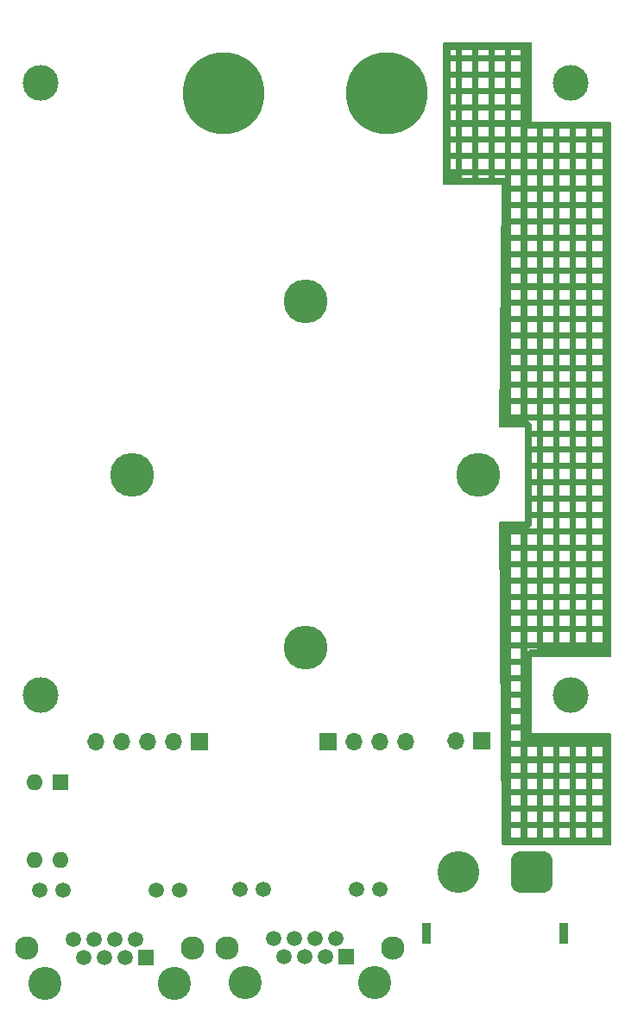
<source format=gbr>
%TF.GenerationSoftware,KiCad,Pcbnew,8.0.7-8.0.7-0~ubuntu22.04.1*%
%TF.CreationDate,2024-12-07T17:50:11+01:00*%
%TF.ProjectId,vesc_mms_board,76657363-5f6d-46d7-935f-626f6172642e,rev?*%
%TF.SameCoordinates,Original*%
%TF.FileFunction,Soldermask,Bot*%
%TF.FilePolarity,Negative*%
%FSLAX46Y46*%
G04 Gerber Fmt 4.6, Leading zero omitted, Abs format (unit mm)*
G04 Created by KiCad (PCBNEW 8.0.7-8.0.7-0~ubuntu22.04.1) date 2024-12-07 17:50:11*
%MOMM*%
%LPD*%
G01*
G04 APERTURE LIST*
G04 Aperture macros list*
%AMRoundRect*
0 Rectangle with rounded corners*
0 $1 Rounding radius*
0 $2 $3 $4 $5 $6 $7 $8 $9 X,Y pos of 4 corners*
0 Add a 4 corners polygon primitive as box body*
4,1,4,$2,$3,$4,$5,$6,$7,$8,$9,$2,$3,0*
0 Add four circle primitives for the rounded corners*
1,1,$1+$1,$2,$3*
1,1,$1+$1,$4,$5*
1,1,$1+$1,$6,$7*
1,1,$1+$1,$8,$9*
0 Add four rect primitives between the rounded corners*
20,1,$1+$1,$2,$3,$4,$5,0*
20,1,$1+$1,$4,$5,$6,$7,0*
20,1,$1+$1,$6,$7,$8,$9,0*
20,1,$1+$1,$8,$9,$2,$3,0*%
G04 Aperture macros list end*
%ADD10C,4.300000*%
%ADD11R,1.600000X1.600000*%
%ADD12O,1.600000X1.600000*%
%ADD13C,3.500000*%
%ADD14C,0.900000*%
%ADD15C,8.000000*%
%ADD16R,1.700000X1.700000*%
%ADD17O,1.700000X1.700000*%
%ADD18R,0.900000X2.000000*%
%ADD19RoundRect,1.025000X1.025000X1.025000X-1.025000X1.025000X-1.025000X-1.025000X1.025000X-1.025000X0*%
%ADD20C,4.100000*%
%ADD21C,3.250000*%
%ADD22R,1.500000X1.500000*%
%ADD23C,1.500000*%
%ADD24C,2.300000*%
G04 APERTURE END LIST*
D10*
%TO.C,H7*%
X93029437Y-92372583D03*
%TD*%
%TO.C,H4*%
X126970563Y-92372583D03*
%TD*%
%TO.C,H2*%
X110000000Y-75402020D03*
%TD*%
%TO.C,H1*%
X110000000Y-109343146D03*
%TD*%
D11*
%TO.C,SW1*%
X85940000Y-122580000D03*
D12*
X83400000Y-122580000D03*
X83400000Y-130200000D03*
X85940000Y-130200000D03*
%TD*%
D13*
%TO.C,H6*%
X84000000Y-54000000D03*
%TD*%
D14*
%TO.C,H9*%
X115000000Y-55000000D03*
X115878680Y-52878680D03*
X115878680Y-57121320D03*
X118000000Y-52000000D03*
D15*
X118000000Y-55000000D03*
D14*
X118000000Y-58000000D03*
X120121320Y-52878680D03*
X120121320Y-57121320D03*
X121000000Y-55000000D03*
%TD*%
D13*
%TO.C,H8*%
X136000000Y-114000000D03*
%TD*%
D16*
%TO.C,J4*%
X99579999Y-118600000D03*
D17*
X97039999Y-118600000D03*
X94500000Y-118600000D03*
X91959999Y-118600000D03*
X89419999Y-118600000D03*
%TD*%
D18*
%TO.C,J5*%
X135350000Y-137350000D03*
X121850000Y-137350000D03*
D19*
X132200000Y-131350000D03*
D20*
X125000000Y-131350000D03*
%TD*%
D17*
%TO.C,J7*%
X119820000Y-118600000D03*
X117279999Y-118600000D03*
X114740000Y-118600000D03*
D16*
X112200000Y-118600000D03*
%TD*%
%TO.C,J6*%
X127340000Y-118500000D03*
D17*
X124800000Y-118500000D03*
%TD*%
D14*
%TO.C,H10*%
X99000000Y-55000000D03*
X99878680Y-52878680D03*
X99878680Y-57121320D03*
X102000000Y-52000000D03*
D15*
X102000000Y-55000000D03*
D14*
X102000000Y-58000000D03*
X104121320Y-52878680D03*
X104121320Y-57121320D03*
X105000000Y-55000000D03*
%TD*%
D21*
%TO.C,J1*%
X116838000Y-142220001D03*
X104138000Y-142220001D03*
D22*
X114048000Y-139680001D03*
D23*
X113032000Y-137900000D03*
X112016000Y-139680001D03*
X111000000Y-137900000D03*
X109984000Y-139680001D03*
X108968000Y-137900000D03*
X107952000Y-139680001D03*
X106936001Y-137900001D03*
X117348000Y-133080001D03*
X115058000Y-133080001D03*
X105918000Y-133080001D03*
X103628000Y-133080001D03*
D24*
X118618000Y-138790001D03*
X102358000Y-138790001D03*
%TD*%
D21*
%TO.C,J2*%
X97190000Y-142240000D03*
X84490000Y-142240000D03*
D22*
X94400000Y-139700000D03*
D23*
X93384000Y-137919999D03*
X92368000Y-139700000D03*
X91352000Y-137919999D03*
X90336000Y-139700000D03*
X89320000Y-137919999D03*
X88304000Y-139700000D03*
X87288001Y-137920000D03*
X97700000Y-133100000D03*
X95410000Y-133100000D03*
X86270000Y-133100000D03*
X83980000Y-133100000D03*
D24*
X98970000Y-138810000D03*
X82710000Y-138810000D03*
%TD*%
D13*
%TO.C,H3*%
X136000000Y-54000000D03*
%TD*%
%TO.C,H5*%
X84000000Y-114000000D03*
%TD*%
G36*
X132193039Y-50019685D02*
G01*
X132238794Y-50072489D01*
X132250000Y-50124000D01*
X132250000Y-57750000D01*
X139876000Y-57750000D01*
X139943039Y-57769685D01*
X139988794Y-57822489D01*
X140000000Y-57874000D01*
X140000000Y-110126000D01*
X139980315Y-110193039D01*
X139927511Y-110238794D01*
X139876000Y-110250000D01*
X132250000Y-110250000D01*
X132250000Y-117750000D01*
X139876000Y-117750000D01*
X139943039Y-117769685D01*
X139988794Y-117822489D01*
X140000000Y-117874000D01*
X140000000Y-128576000D01*
X139980315Y-128643039D01*
X139927511Y-128688794D01*
X139876000Y-128700000D01*
X129373026Y-128700000D01*
X129305987Y-128680315D01*
X129260232Y-128627511D01*
X129249030Y-128576978D01*
X129244290Y-127976000D01*
X130148000Y-127976000D01*
X131150000Y-127976000D01*
X131748000Y-127976000D01*
X132750000Y-127976000D01*
X133348000Y-127976000D01*
X134350000Y-127976000D01*
X134948000Y-127976000D01*
X135950000Y-127976000D01*
X136548000Y-127976000D01*
X137550000Y-127976000D01*
X138148000Y-127976000D01*
X139150000Y-127976000D01*
X139150000Y-127048000D01*
X138148000Y-127048000D01*
X138148000Y-127976000D01*
X137550000Y-127976000D01*
X137550000Y-127048000D01*
X136548000Y-127048000D01*
X136548000Y-127976000D01*
X135950000Y-127976000D01*
X135950000Y-127048000D01*
X134948000Y-127048000D01*
X134948000Y-127976000D01*
X134350000Y-127976000D01*
X134350000Y-127048000D01*
X133348000Y-127048000D01*
X133348000Y-127976000D01*
X132750000Y-127976000D01*
X132750000Y-127048000D01*
X131748000Y-127048000D01*
X131748000Y-127976000D01*
X131150000Y-127976000D01*
X131150000Y-127048000D01*
X130148000Y-127048000D01*
X130148000Y-127976000D01*
X129244290Y-127976000D01*
X129232255Y-126450000D01*
X130148000Y-126450000D01*
X131150000Y-126450000D01*
X131748000Y-126450000D01*
X132750000Y-126450000D01*
X133348000Y-126450000D01*
X134350000Y-126450000D01*
X134948000Y-126450000D01*
X135950000Y-126450000D01*
X136548000Y-126450000D01*
X137550000Y-126450000D01*
X138148000Y-126450000D01*
X139150000Y-126450000D01*
X139150000Y-125448000D01*
X138148000Y-125448000D01*
X138148000Y-126450000D01*
X137550000Y-126450000D01*
X137550000Y-125448000D01*
X136548000Y-125448000D01*
X136548000Y-126450000D01*
X135950000Y-126450000D01*
X135950000Y-125448000D01*
X134948000Y-125448000D01*
X134948000Y-126450000D01*
X134350000Y-126450000D01*
X134350000Y-125448000D01*
X133348000Y-125448000D01*
X133348000Y-126450000D01*
X132750000Y-126450000D01*
X132750000Y-125448000D01*
X131748000Y-125448000D01*
X131748000Y-126450000D01*
X131150000Y-126450000D01*
X131150000Y-125448000D01*
X130148000Y-125448000D01*
X130148000Y-126450000D01*
X129232255Y-126450000D01*
X129219637Y-124850000D01*
X130148000Y-124850000D01*
X131150000Y-124850000D01*
X131748000Y-124850000D01*
X132750000Y-124850000D01*
X133348000Y-124850000D01*
X134350000Y-124850000D01*
X134948000Y-124850000D01*
X135950000Y-124850000D01*
X136548000Y-124850000D01*
X137550000Y-124850000D01*
X138148000Y-124850000D01*
X139150000Y-124850000D01*
X139150000Y-123848000D01*
X138148000Y-123848000D01*
X138148000Y-124850000D01*
X137550000Y-124850000D01*
X137550000Y-123848000D01*
X136548000Y-123848000D01*
X136548000Y-124850000D01*
X135950000Y-124850000D01*
X135950000Y-123848000D01*
X134948000Y-123848000D01*
X134948000Y-124850000D01*
X134350000Y-124850000D01*
X134350000Y-123848000D01*
X133348000Y-123848000D01*
X133348000Y-124850000D01*
X132750000Y-124850000D01*
X132750000Y-123848000D01*
X131748000Y-123848000D01*
X131748000Y-124850000D01*
X131150000Y-124850000D01*
X131150000Y-123848000D01*
X130148000Y-123848000D01*
X130148000Y-124850000D01*
X129219637Y-124850000D01*
X129207018Y-123250000D01*
X130148000Y-123250000D01*
X131150000Y-123250000D01*
X131748000Y-123250000D01*
X132750000Y-123250000D01*
X133348000Y-123250000D01*
X134350000Y-123250000D01*
X134948000Y-123250000D01*
X135950000Y-123250000D01*
X136548000Y-123250000D01*
X137550000Y-123250000D01*
X138148000Y-123250000D01*
X139150000Y-123250000D01*
X139150000Y-122248000D01*
X138148000Y-122248000D01*
X138148000Y-123250000D01*
X137550000Y-123250000D01*
X137550000Y-122248000D01*
X136548000Y-122248000D01*
X136548000Y-123250000D01*
X135950000Y-123250000D01*
X135950000Y-122248000D01*
X134948000Y-122248000D01*
X134948000Y-123250000D01*
X134350000Y-123250000D01*
X134350000Y-122248000D01*
X133348000Y-122248000D01*
X133348000Y-123250000D01*
X132750000Y-123250000D01*
X132750000Y-122248000D01*
X131748000Y-122248000D01*
X131748000Y-123250000D01*
X131150000Y-123250000D01*
X131150000Y-122248000D01*
X130148000Y-122248000D01*
X130148000Y-123250000D01*
X129207018Y-123250000D01*
X129194400Y-121650000D01*
X130148000Y-121650000D01*
X131150000Y-121650000D01*
X131748000Y-121650000D01*
X132750000Y-121650000D01*
X133348000Y-121650000D01*
X134350000Y-121650000D01*
X134948000Y-121650000D01*
X135950000Y-121650000D01*
X136548000Y-121650000D01*
X137550000Y-121650000D01*
X138148000Y-121650000D01*
X139150000Y-121650000D01*
X139150000Y-120648000D01*
X138148000Y-120648000D01*
X138148000Y-121650000D01*
X137550000Y-121650000D01*
X137550000Y-120648000D01*
X136548000Y-120648000D01*
X136548000Y-121650000D01*
X135950000Y-121650000D01*
X135950000Y-120648000D01*
X134948000Y-120648000D01*
X134948000Y-121650000D01*
X134350000Y-121650000D01*
X134350000Y-120648000D01*
X133348000Y-120648000D01*
X133348000Y-121650000D01*
X132750000Y-121650000D01*
X132750000Y-120648000D01*
X131748000Y-120648000D01*
X131748000Y-121650000D01*
X131150000Y-121650000D01*
X131150000Y-120648000D01*
X130148000Y-120648000D01*
X130148000Y-121650000D01*
X129194400Y-121650000D01*
X129181781Y-120050000D01*
X130148000Y-120050000D01*
X131150000Y-120050000D01*
X131748000Y-120050000D01*
X132750000Y-120050000D01*
X133348000Y-120050000D01*
X134350000Y-120050000D01*
X134948000Y-120050000D01*
X135950000Y-120050000D01*
X136548000Y-120050000D01*
X137550000Y-120050000D01*
X138148000Y-120050000D01*
X139150000Y-120050000D01*
X139150000Y-119048000D01*
X138148000Y-119048000D01*
X138148000Y-120050000D01*
X137550000Y-120050000D01*
X137550000Y-119048000D01*
X136548000Y-119048000D01*
X136548000Y-120050000D01*
X135950000Y-120050000D01*
X135950000Y-119048000D01*
X134948000Y-119048000D01*
X134948000Y-120050000D01*
X134350000Y-120050000D01*
X134350000Y-119048000D01*
X133348000Y-119048000D01*
X133348000Y-120050000D01*
X132750000Y-120050000D01*
X132750000Y-119048000D01*
X131748000Y-119048000D01*
X131748000Y-120050000D01*
X131150000Y-120050000D01*
X131150000Y-119048000D01*
X130148000Y-119048000D01*
X130148000Y-120050000D01*
X129181781Y-120050000D01*
X129169163Y-118450000D01*
X130148000Y-118450000D01*
X131150000Y-118450000D01*
X131150000Y-117448000D01*
X130148000Y-117448000D01*
X130148000Y-118450000D01*
X129169163Y-118450000D01*
X129156544Y-116850000D01*
X130148000Y-116850000D01*
X131150000Y-116850000D01*
X131150000Y-115848000D01*
X130148000Y-115848000D01*
X130148000Y-116850000D01*
X129156544Y-116850000D01*
X129143926Y-115250000D01*
X130148000Y-115250000D01*
X131150000Y-115250000D01*
X131150000Y-114248000D01*
X130148000Y-114248000D01*
X130148000Y-115250000D01*
X129143926Y-115250000D01*
X129131307Y-113650000D01*
X130148000Y-113650000D01*
X131150000Y-113650000D01*
X131150000Y-112648000D01*
X130148000Y-112648000D01*
X130148000Y-113650000D01*
X129131307Y-113650000D01*
X129118689Y-112050000D01*
X130148000Y-112050000D01*
X131150000Y-112050000D01*
X131150000Y-111048000D01*
X130148000Y-111048000D01*
X130148000Y-112050000D01*
X129118689Y-112050000D01*
X129106071Y-110450000D01*
X130148000Y-110450000D01*
X131150000Y-110450000D01*
X131150000Y-109728110D01*
X131748000Y-109728110D01*
X131913791Y-109562319D01*
X131975114Y-109528834D01*
X132001472Y-109526000D01*
X132750000Y-109526000D01*
X132750000Y-109448000D01*
X131748000Y-109448000D01*
X131748000Y-109728110D01*
X131150000Y-109728110D01*
X131150000Y-109448000D01*
X130148000Y-109448000D01*
X130148000Y-110450000D01*
X129106071Y-110450000D01*
X129093453Y-108850000D01*
X130148000Y-108850000D01*
X131150000Y-108850000D01*
X131748000Y-108850000D01*
X132750000Y-108850000D01*
X133348000Y-108850000D01*
X134350000Y-108850000D01*
X134948000Y-108850000D01*
X135950000Y-108850000D01*
X136548000Y-108850000D01*
X137550000Y-108850000D01*
X138148000Y-108850000D01*
X139150000Y-108850000D01*
X139150000Y-107848000D01*
X138148000Y-107848000D01*
X138148000Y-108850000D01*
X137550000Y-108850000D01*
X137550000Y-107848000D01*
X136548000Y-107848000D01*
X136548000Y-108850000D01*
X135950000Y-108850000D01*
X135950000Y-107848000D01*
X134948000Y-107848000D01*
X134948000Y-108850000D01*
X134350000Y-108850000D01*
X134350000Y-107848000D01*
X133348000Y-107848000D01*
X133348000Y-108850000D01*
X132750000Y-108850000D01*
X132750000Y-107848000D01*
X131748000Y-107848000D01*
X131748000Y-108850000D01*
X131150000Y-108850000D01*
X131150000Y-107848000D01*
X130148000Y-107848000D01*
X130148000Y-108850000D01*
X129093453Y-108850000D01*
X129080835Y-107250000D01*
X130148000Y-107250000D01*
X131150000Y-107250000D01*
X131748000Y-107250000D01*
X132750000Y-107250000D01*
X133348000Y-107250000D01*
X134350000Y-107250000D01*
X134948000Y-107250000D01*
X135950000Y-107250000D01*
X136548000Y-107250000D01*
X137550000Y-107250000D01*
X138148000Y-107250000D01*
X139150000Y-107250000D01*
X139150000Y-106248000D01*
X138148000Y-106248000D01*
X138148000Y-107250000D01*
X137550000Y-107250000D01*
X137550000Y-106248000D01*
X136548000Y-106248000D01*
X136548000Y-107250000D01*
X135950000Y-107250000D01*
X135950000Y-106248000D01*
X134948000Y-106248000D01*
X134948000Y-107250000D01*
X134350000Y-107250000D01*
X134350000Y-106248000D01*
X133348000Y-106248000D01*
X133348000Y-107250000D01*
X132750000Y-107250000D01*
X132750000Y-106248000D01*
X131748000Y-106248000D01*
X131748000Y-107250000D01*
X131150000Y-107250000D01*
X131150000Y-106248000D01*
X130148000Y-106248000D01*
X130148000Y-107250000D01*
X129080835Y-107250000D01*
X129068217Y-105650000D01*
X130148000Y-105650000D01*
X131150000Y-105650000D01*
X131748000Y-105650000D01*
X132750000Y-105650000D01*
X133348000Y-105650000D01*
X134350000Y-105650000D01*
X134948000Y-105650000D01*
X135950000Y-105650000D01*
X136548000Y-105650000D01*
X137550000Y-105650000D01*
X138148000Y-105650000D01*
X139150000Y-105650000D01*
X139150000Y-104648000D01*
X138148000Y-104648000D01*
X138148000Y-105650000D01*
X137550000Y-105650000D01*
X137550000Y-104648000D01*
X136548000Y-104648000D01*
X136548000Y-105650000D01*
X135950000Y-105650000D01*
X135950000Y-104648000D01*
X134948000Y-104648000D01*
X134948000Y-105650000D01*
X134350000Y-105650000D01*
X134350000Y-104648000D01*
X133348000Y-104648000D01*
X133348000Y-105650000D01*
X132750000Y-105650000D01*
X132750000Y-104648000D01*
X131748000Y-104648000D01*
X131748000Y-105650000D01*
X131150000Y-105650000D01*
X131150000Y-104648000D01*
X130148000Y-104648000D01*
X130148000Y-105650000D01*
X129068217Y-105650000D01*
X129055599Y-104050000D01*
X130148000Y-104050000D01*
X131150000Y-104050000D01*
X131748000Y-104050000D01*
X132750000Y-104050000D01*
X133348000Y-104050000D01*
X134350000Y-104050000D01*
X134948000Y-104050000D01*
X135950000Y-104050000D01*
X136548000Y-104050000D01*
X137550000Y-104050000D01*
X138148000Y-104050000D01*
X139150000Y-104050000D01*
X139150000Y-103048000D01*
X138148000Y-103048000D01*
X138148000Y-104050000D01*
X137550000Y-104050000D01*
X137550000Y-103048000D01*
X136548000Y-103048000D01*
X136548000Y-104050000D01*
X135950000Y-104050000D01*
X135950000Y-103048000D01*
X134948000Y-103048000D01*
X134948000Y-104050000D01*
X134350000Y-104050000D01*
X134350000Y-103048000D01*
X133348000Y-103048000D01*
X133348000Y-104050000D01*
X132750000Y-104050000D01*
X132750000Y-103048000D01*
X131748000Y-103048000D01*
X131748000Y-104050000D01*
X131150000Y-104050000D01*
X131150000Y-103048000D01*
X130148000Y-103048000D01*
X130148000Y-104050000D01*
X129055599Y-104050000D01*
X129042981Y-102450000D01*
X130148000Y-102450000D01*
X131150000Y-102450000D01*
X131748000Y-102450000D01*
X132750000Y-102450000D01*
X133348000Y-102450000D01*
X134350000Y-102450000D01*
X134948000Y-102450000D01*
X135950000Y-102450000D01*
X136548000Y-102450000D01*
X137550000Y-102450000D01*
X138148000Y-102450000D01*
X139150000Y-102450000D01*
X139150000Y-101448000D01*
X138148000Y-101448000D01*
X138148000Y-102450000D01*
X137550000Y-102450000D01*
X137550000Y-101448000D01*
X136548000Y-101448000D01*
X136548000Y-102450000D01*
X135950000Y-102450000D01*
X135950000Y-101448000D01*
X134948000Y-101448000D01*
X134948000Y-102450000D01*
X134350000Y-102450000D01*
X134350000Y-101448000D01*
X133348000Y-101448000D01*
X133348000Y-102450000D01*
X132750000Y-102450000D01*
X132750000Y-101448000D01*
X131748000Y-101448000D01*
X131748000Y-102450000D01*
X131150000Y-102450000D01*
X131150000Y-101448000D01*
X130148000Y-101448000D01*
X130148000Y-102450000D01*
X129042981Y-102450000D01*
X129030363Y-100850000D01*
X130148000Y-100850000D01*
X131150000Y-100850000D01*
X131748000Y-100850000D01*
X132750000Y-100850000D01*
X133348000Y-100850000D01*
X134350000Y-100850000D01*
X134948000Y-100850000D01*
X135950000Y-100850000D01*
X136548000Y-100850000D01*
X137550000Y-100850000D01*
X138148000Y-100850000D01*
X139150000Y-100850000D01*
X139150000Y-99848000D01*
X138148000Y-99848000D01*
X138148000Y-100850000D01*
X137550000Y-100850000D01*
X137550000Y-99848000D01*
X136548000Y-99848000D01*
X136548000Y-100850000D01*
X135950000Y-100850000D01*
X135950000Y-99848000D01*
X134948000Y-99848000D01*
X134948000Y-100850000D01*
X134350000Y-100850000D01*
X134350000Y-99848000D01*
X133348000Y-99848000D01*
X133348000Y-100850000D01*
X132750000Y-100850000D01*
X132750000Y-99848000D01*
X131748000Y-99848000D01*
X131748000Y-100850000D01*
X131150000Y-100850000D01*
X131150000Y-99848000D01*
X130148000Y-99848000D01*
X130148000Y-100850000D01*
X129030363Y-100850000D01*
X129017745Y-99250000D01*
X130148000Y-99250000D01*
X131150000Y-99250000D01*
X131748000Y-99250000D01*
X132750000Y-99250000D01*
X133348000Y-99250000D01*
X134350000Y-99250000D01*
X134948000Y-99250000D01*
X135950000Y-99250000D01*
X136548000Y-99250000D01*
X137550000Y-99250000D01*
X138148000Y-99250000D01*
X139150000Y-99250000D01*
X139150000Y-98248000D01*
X138148000Y-98248000D01*
X138148000Y-99250000D01*
X137550000Y-99250000D01*
X137550000Y-98248000D01*
X136548000Y-98248000D01*
X136548000Y-99250000D01*
X135950000Y-99250000D01*
X135950000Y-98248000D01*
X134948000Y-98248000D01*
X134948000Y-99250000D01*
X134350000Y-99250000D01*
X134350000Y-98248000D01*
X133348000Y-98248000D01*
X133348000Y-99250000D01*
X132750000Y-99250000D01*
X132750000Y-98248000D01*
X131748000Y-98248000D01*
X131748000Y-99250000D01*
X131150000Y-99250000D01*
X131150000Y-98248000D01*
X130148000Y-98248000D01*
X130148000Y-99250000D01*
X129017745Y-99250000D01*
X129005127Y-97650000D01*
X131873890Y-97650000D01*
X132750000Y-97650000D01*
X133348000Y-97650000D01*
X134350000Y-97650000D01*
X134948000Y-97650000D01*
X135950000Y-97650000D01*
X136548000Y-97650000D01*
X137550000Y-97650000D01*
X138148000Y-97650000D01*
X139150000Y-97650000D01*
X139150000Y-96648000D01*
X138148000Y-96648000D01*
X138148000Y-97650000D01*
X137550000Y-97650000D01*
X137550000Y-96648000D01*
X136548000Y-96648000D01*
X136548000Y-97650000D01*
X135950000Y-97650000D01*
X135950000Y-96648000D01*
X134948000Y-96648000D01*
X134948000Y-97650000D01*
X134350000Y-97650000D01*
X134350000Y-96648000D01*
X133348000Y-96648000D01*
X133348000Y-97650000D01*
X132750000Y-97650000D01*
X132750000Y-96648000D01*
X132224000Y-96648000D01*
X132224000Y-97248528D01*
X132204315Y-97315567D01*
X132187681Y-97336209D01*
X131873890Y-97650000D01*
X129005127Y-97650000D01*
X129000986Y-97124978D01*
X129020141Y-97057785D01*
X129072583Y-97011615D01*
X129124982Y-97000000D01*
X131500000Y-97000000D01*
X131500000Y-96050000D01*
X132224000Y-96050000D01*
X132750000Y-96050000D01*
X133348000Y-96050000D01*
X134350000Y-96050000D01*
X134948000Y-96050000D01*
X135950000Y-96050000D01*
X136548000Y-96050000D01*
X137550000Y-96050000D01*
X138148000Y-96050000D01*
X139150000Y-96050000D01*
X139150000Y-95048000D01*
X138148000Y-95048000D01*
X138148000Y-96050000D01*
X137550000Y-96050000D01*
X137550000Y-95048000D01*
X136548000Y-95048000D01*
X136548000Y-96050000D01*
X135950000Y-96050000D01*
X135950000Y-95048000D01*
X134948000Y-95048000D01*
X134948000Y-96050000D01*
X134350000Y-96050000D01*
X134350000Y-95048000D01*
X133348000Y-95048000D01*
X133348000Y-96050000D01*
X132750000Y-96050000D01*
X132750000Y-95048000D01*
X132224000Y-95048000D01*
X132224000Y-96050000D01*
X131500000Y-96050000D01*
X131500000Y-94450000D01*
X132224000Y-94450000D01*
X132750000Y-94450000D01*
X133348000Y-94450000D01*
X134350000Y-94450000D01*
X134948000Y-94450000D01*
X135950000Y-94450000D01*
X136548000Y-94450000D01*
X137550000Y-94450000D01*
X138148000Y-94450000D01*
X139150000Y-94450000D01*
X139150000Y-93448000D01*
X138148000Y-93448000D01*
X138148000Y-94450000D01*
X137550000Y-94450000D01*
X137550000Y-93448000D01*
X136548000Y-93448000D01*
X136548000Y-94450000D01*
X135950000Y-94450000D01*
X135950000Y-93448000D01*
X134948000Y-93448000D01*
X134948000Y-94450000D01*
X134350000Y-94450000D01*
X134350000Y-93448000D01*
X133348000Y-93448000D01*
X133348000Y-94450000D01*
X132750000Y-94450000D01*
X132750000Y-93448000D01*
X132224000Y-93448000D01*
X132224000Y-94450000D01*
X131500000Y-94450000D01*
X131500000Y-92850000D01*
X132224000Y-92850000D01*
X132750000Y-92850000D01*
X133348000Y-92850000D01*
X134350000Y-92850000D01*
X134948000Y-92850000D01*
X135950000Y-92850000D01*
X136548000Y-92850000D01*
X137550000Y-92850000D01*
X138148000Y-92850000D01*
X139150000Y-92850000D01*
X139150000Y-91848000D01*
X138148000Y-91848000D01*
X138148000Y-92850000D01*
X137550000Y-92850000D01*
X137550000Y-91848000D01*
X136548000Y-91848000D01*
X136548000Y-92850000D01*
X135950000Y-92850000D01*
X135950000Y-91848000D01*
X134948000Y-91848000D01*
X134948000Y-92850000D01*
X134350000Y-92850000D01*
X134350000Y-91848000D01*
X133348000Y-91848000D01*
X133348000Y-92850000D01*
X132750000Y-92850000D01*
X132750000Y-91848000D01*
X132224000Y-91848000D01*
X132224000Y-92850000D01*
X131500000Y-92850000D01*
X131500000Y-91250000D01*
X132224000Y-91250000D01*
X132750000Y-91250000D01*
X133348000Y-91250000D01*
X134350000Y-91250000D01*
X134948000Y-91250000D01*
X135950000Y-91250000D01*
X136548000Y-91250000D01*
X137550000Y-91250000D01*
X138148000Y-91250000D01*
X139150000Y-91250000D01*
X139150000Y-90248000D01*
X138148000Y-90248000D01*
X138148000Y-91250000D01*
X137550000Y-91250000D01*
X137550000Y-90248000D01*
X136548000Y-90248000D01*
X136548000Y-91250000D01*
X135950000Y-91250000D01*
X135950000Y-90248000D01*
X134948000Y-90248000D01*
X134948000Y-91250000D01*
X134350000Y-91250000D01*
X134350000Y-90248000D01*
X133348000Y-90248000D01*
X133348000Y-91250000D01*
X132750000Y-91250000D01*
X132750000Y-90248000D01*
X132224000Y-90248000D01*
X132224000Y-91250000D01*
X131500000Y-91250000D01*
X131500000Y-89650000D01*
X132224000Y-89650000D01*
X132750000Y-89650000D01*
X133348000Y-89650000D01*
X134350000Y-89650000D01*
X134948000Y-89650000D01*
X135950000Y-89650000D01*
X136548000Y-89650000D01*
X137550000Y-89650000D01*
X138148000Y-89650000D01*
X139150000Y-89650000D01*
X139150000Y-88648000D01*
X138148000Y-88648000D01*
X138148000Y-89650000D01*
X137550000Y-89650000D01*
X137550000Y-88648000D01*
X136548000Y-88648000D01*
X136548000Y-89650000D01*
X135950000Y-89650000D01*
X135950000Y-88648000D01*
X134948000Y-88648000D01*
X134948000Y-89650000D01*
X134350000Y-89650000D01*
X134350000Y-88648000D01*
X133348000Y-88648000D01*
X133348000Y-89650000D01*
X132750000Y-89650000D01*
X132750000Y-88648000D01*
X132224000Y-88648000D01*
X132224000Y-89650000D01*
X131500000Y-89650000D01*
X131500000Y-87750000D01*
X129125312Y-87750000D01*
X129058273Y-87730315D01*
X129012518Y-87677511D01*
X129001319Y-87624695D01*
X129007390Y-87048000D01*
X131818440Y-87048000D01*
X131836209Y-87062319D01*
X132187681Y-87413791D01*
X132221166Y-87475114D01*
X132224000Y-87501472D01*
X132224000Y-88050000D01*
X132750000Y-88050000D01*
X133348000Y-88050000D01*
X134350000Y-88050000D01*
X134948000Y-88050000D01*
X135950000Y-88050000D01*
X136548000Y-88050000D01*
X137550000Y-88050000D01*
X138148000Y-88050000D01*
X139150000Y-88050000D01*
X139150000Y-87048000D01*
X138148000Y-87048000D01*
X138148000Y-88050000D01*
X137550000Y-88050000D01*
X137550000Y-87048000D01*
X136548000Y-87048000D01*
X136548000Y-88050000D01*
X135950000Y-88050000D01*
X135950000Y-87048000D01*
X134948000Y-87048000D01*
X134948000Y-88050000D01*
X134350000Y-88050000D01*
X134350000Y-87048000D01*
X133348000Y-87048000D01*
X133348000Y-88050000D01*
X132750000Y-88050000D01*
X132750000Y-87048000D01*
X131818440Y-87048000D01*
X129007390Y-87048000D01*
X129013685Y-86450000D01*
X130148000Y-86450000D01*
X131150000Y-86450000D01*
X131748000Y-86450000D01*
X132750000Y-86450000D01*
X133348000Y-86450000D01*
X134350000Y-86450000D01*
X134948000Y-86450000D01*
X135950000Y-86450000D01*
X136548000Y-86450000D01*
X137550000Y-86450000D01*
X138148000Y-86450000D01*
X139150000Y-86450000D01*
X139150000Y-85448000D01*
X138148000Y-85448000D01*
X138148000Y-86450000D01*
X137550000Y-86450000D01*
X137550000Y-85448000D01*
X136548000Y-85448000D01*
X136548000Y-86450000D01*
X135950000Y-86450000D01*
X135950000Y-85448000D01*
X134948000Y-85448000D01*
X134948000Y-86450000D01*
X134350000Y-86450000D01*
X134350000Y-85448000D01*
X133348000Y-85448000D01*
X133348000Y-86450000D01*
X132750000Y-86450000D01*
X132750000Y-85448000D01*
X131748000Y-85448000D01*
X131748000Y-86450000D01*
X131150000Y-86450000D01*
X131150000Y-85448000D01*
X130148000Y-85448000D01*
X130148000Y-86450000D01*
X129013685Y-86450000D01*
X129030527Y-84850000D01*
X130148000Y-84850000D01*
X131150000Y-84850000D01*
X131748000Y-84850000D01*
X132750000Y-84850000D01*
X133348000Y-84850000D01*
X134350000Y-84850000D01*
X134948000Y-84850000D01*
X135950000Y-84850000D01*
X136548000Y-84850000D01*
X137550000Y-84850000D01*
X138148000Y-84850000D01*
X139150000Y-84850000D01*
X139150000Y-83848000D01*
X138148000Y-83848000D01*
X138148000Y-84850000D01*
X137550000Y-84850000D01*
X137550000Y-83848000D01*
X136548000Y-83848000D01*
X136548000Y-84850000D01*
X135950000Y-84850000D01*
X135950000Y-83848000D01*
X134948000Y-83848000D01*
X134948000Y-84850000D01*
X134350000Y-84850000D01*
X134350000Y-83848000D01*
X133348000Y-83848000D01*
X133348000Y-84850000D01*
X132750000Y-84850000D01*
X132750000Y-83848000D01*
X131748000Y-83848000D01*
X131748000Y-84850000D01*
X131150000Y-84850000D01*
X131150000Y-83848000D01*
X130148000Y-83848000D01*
X130148000Y-84850000D01*
X129030527Y-84850000D01*
X129047370Y-83250000D01*
X130148000Y-83250000D01*
X131150000Y-83250000D01*
X131748000Y-83250000D01*
X132750000Y-83250000D01*
X133348000Y-83250000D01*
X134350000Y-83250000D01*
X134948000Y-83250000D01*
X135950000Y-83250000D01*
X136548000Y-83250000D01*
X137550000Y-83250000D01*
X138148000Y-83250000D01*
X139150000Y-83250000D01*
X139150000Y-82248000D01*
X138148000Y-82248000D01*
X138148000Y-83250000D01*
X137550000Y-83250000D01*
X137550000Y-82248000D01*
X136548000Y-82248000D01*
X136548000Y-83250000D01*
X135950000Y-83250000D01*
X135950000Y-82248000D01*
X134948000Y-82248000D01*
X134948000Y-83250000D01*
X134350000Y-83250000D01*
X134350000Y-82248000D01*
X133348000Y-82248000D01*
X133348000Y-83250000D01*
X132750000Y-83250000D01*
X132750000Y-82248000D01*
X131748000Y-82248000D01*
X131748000Y-83250000D01*
X131150000Y-83250000D01*
X131150000Y-82248000D01*
X130148000Y-82248000D01*
X130148000Y-83250000D01*
X129047370Y-83250000D01*
X129064212Y-81650000D01*
X130148000Y-81650000D01*
X131150000Y-81650000D01*
X131748000Y-81650000D01*
X132750000Y-81650000D01*
X133348000Y-81650000D01*
X134350000Y-81650000D01*
X134948000Y-81650000D01*
X135950000Y-81650000D01*
X136548000Y-81650000D01*
X137550000Y-81650000D01*
X138148000Y-81650000D01*
X139150000Y-81650000D01*
X139150000Y-80648000D01*
X138148000Y-80648000D01*
X138148000Y-81650000D01*
X137550000Y-81650000D01*
X137550000Y-80648000D01*
X136548000Y-80648000D01*
X136548000Y-81650000D01*
X135950000Y-81650000D01*
X135950000Y-80648000D01*
X134948000Y-80648000D01*
X134948000Y-81650000D01*
X134350000Y-81650000D01*
X134350000Y-80648000D01*
X133348000Y-80648000D01*
X133348000Y-81650000D01*
X132750000Y-81650000D01*
X132750000Y-80648000D01*
X131748000Y-80648000D01*
X131748000Y-81650000D01*
X131150000Y-81650000D01*
X131150000Y-80648000D01*
X130148000Y-80648000D01*
X130148000Y-81650000D01*
X129064212Y-81650000D01*
X129081054Y-80050000D01*
X130148000Y-80050000D01*
X131150000Y-80050000D01*
X131748000Y-80050000D01*
X132750000Y-80050000D01*
X133348000Y-80050000D01*
X134350000Y-80050000D01*
X134948000Y-80050000D01*
X135950000Y-80050000D01*
X136548000Y-80050000D01*
X137550000Y-80050000D01*
X138148000Y-80050000D01*
X139150000Y-80050000D01*
X139150000Y-79048000D01*
X138148000Y-79048000D01*
X138148000Y-80050000D01*
X137550000Y-80050000D01*
X137550000Y-79048000D01*
X136548000Y-79048000D01*
X136548000Y-80050000D01*
X135950000Y-80050000D01*
X135950000Y-79048000D01*
X134948000Y-79048000D01*
X134948000Y-80050000D01*
X134350000Y-80050000D01*
X134350000Y-79048000D01*
X133348000Y-79048000D01*
X133348000Y-80050000D01*
X132750000Y-80050000D01*
X132750000Y-79048000D01*
X131748000Y-79048000D01*
X131748000Y-80050000D01*
X131150000Y-80050000D01*
X131150000Y-79048000D01*
X130148000Y-79048000D01*
X130148000Y-80050000D01*
X129081054Y-80050000D01*
X129097896Y-78450000D01*
X130148000Y-78450000D01*
X131150000Y-78450000D01*
X131748000Y-78450000D01*
X132750000Y-78450000D01*
X133348000Y-78450000D01*
X134350000Y-78450000D01*
X134948000Y-78450000D01*
X135950000Y-78450000D01*
X136548000Y-78450000D01*
X137550000Y-78450000D01*
X138148000Y-78450000D01*
X139150000Y-78450000D01*
X139150000Y-77448000D01*
X138148000Y-77448000D01*
X138148000Y-78450000D01*
X137550000Y-78450000D01*
X137550000Y-77448000D01*
X136548000Y-77448000D01*
X136548000Y-78450000D01*
X135950000Y-78450000D01*
X135950000Y-77448000D01*
X134948000Y-77448000D01*
X134948000Y-78450000D01*
X134350000Y-78450000D01*
X134350000Y-77448000D01*
X133348000Y-77448000D01*
X133348000Y-78450000D01*
X132750000Y-78450000D01*
X132750000Y-77448000D01*
X131748000Y-77448000D01*
X131748000Y-78450000D01*
X131150000Y-78450000D01*
X131150000Y-77448000D01*
X130148000Y-77448000D01*
X130148000Y-78450000D01*
X129097896Y-78450000D01*
X129114738Y-76850000D01*
X130148000Y-76850000D01*
X131150000Y-76850000D01*
X131748000Y-76850000D01*
X132750000Y-76850000D01*
X133348000Y-76850000D01*
X134350000Y-76850000D01*
X134948000Y-76850000D01*
X135950000Y-76850000D01*
X136548000Y-76850000D01*
X137550000Y-76850000D01*
X138148000Y-76850000D01*
X139150000Y-76850000D01*
X139150000Y-75848000D01*
X138148000Y-75848000D01*
X138148000Y-76850000D01*
X137550000Y-76850000D01*
X137550000Y-75848000D01*
X136548000Y-75848000D01*
X136548000Y-76850000D01*
X135950000Y-76850000D01*
X135950000Y-75848000D01*
X134948000Y-75848000D01*
X134948000Y-76850000D01*
X134350000Y-76850000D01*
X134350000Y-75848000D01*
X133348000Y-75848000D01*
X133348000Y-76850000D01*
X132750000Y-76850000D01*
X132750000Y-75848000D01*
X131748000Y-75848000D01*
X131748000Y-76850000D01*
X131150000Y-76850000D01*
X131150000Y-75848000D01*
X130148000Y-75848000D01*
X130148000Y-76850000D01*
X129114738Y-76850000D01*
X129131580Y-75250000D01*
X130148000Y-75250000D01*
X131150000Y-75250000D01*
X131748000Y-75250000D01*
X132750000Y-75250000D01*
X133348000Y-75250000D01*
X134350000Y-75250000D01*
X134948000Y-75250000D01*
X135950000Y-75250000D01*
X136548000Y-75250000D01*
X137550000Y-75250000D01*
X138148000Y-75250000D01*
X139150000Y-75250000D01*
X139150000Y-74248000D01*
X138148000Y-74248000D01*
X138148000Y-75250000D01*
X137550000Y-75250000D01*
X137550000Y-74248000D01*
X136548000Y-74248000D01*
X136548000Y-75250000D01*
X135950000Y-75250000D01*
X135950000Y-74248000D01*
X134948000Y-74248000D01*
X134948000Y-75250000D01*
X134350000Y-75250000D01*
X134350000Y-74248000D01*
X133348000Y-74248000D01*
X133348000Y-75250000D01*
X132750000Y-75250000D01*
X132750000Y-74248000D01*
X131748000Y-74248000D01*
X131748000Y-75250000D01*
X131150000Y-75250000D01*
X131150000Y-74248000D01*
X130148000Y-74248000D01*
X130148000Y-75250000D01*
X129131580Y-75250000D01*
X129148422Y-73650000D01*
X130148000Y-73650000D01*
X131150000Y-73650000D01*
X131748000Y-73650000D01*
X132750000Y-73650000D01*
X133348000Y-73650000D01*
X134350000Y-73650000D01*
X134948000Y-73650000D01*
X135950000Y-73650000D01*
X136548000Y-73650000D01*
X137550000Y-73650000D01*
X138148000Y-73650000D01*
X139150000Y-73650000D01*
X139150000Y-72648000D01*
X138148000Y-72648000D01*
X138148000Y-73650000D01*
X137550000Y-73650000D01*
X137550000Y-72648000D01*
X136548000Y-72648000D01*
X136548000Y-73650000D01*
X135950000Y-73650000D01*
X135950000Y-72648000D01*
X134948000Y-72648000D01*
X134948000Y-73650000D01*
X134350000Y-73650000D01*
X134350000Y-72648000D01*
X133348000Y-72648000D01*
X133348000Y-73650000D01*
X132750000Y-73650000D01*
X132750000Y-72648000D01*
X131748000Y-72648000D01*
X131748000Y-73650000D01*
X131150000Y-73650000D01*
X131150000Y-72648000D01*
X130148000Y-72648000D01*
X130148000Y-73650000D01*
X129148422Y-73650000D01*
X129165264Y-72050000D01*
X130148000Y-72050000D01*
X131150000Y-72050000D01*
X131748000Y-72050000D01*
X132750000Y-72050000D01*
X133348000Y-72050000D01*
X134350000Y-72050000D01*
X134948000Y-72050000D01*
X135950000Y-72050000D01*
X136548000Y-72050000D01*
X137550000Y-72050000D01*
X138148000Y-72050000D01*
X139150000Y-72050000D01*
X139150000Y-71048000D01*
X138148000Y-71048000D01*
X138148000Y-72050000D01*
X137550000Y-72050000D01*
X137550000Y-71048000D01*
X136548000Y-71048000D01*
X136548000Y-72050000D01*
X135950000Y-72050000D01*
X135950000Y-71048000D01*
X134948000Y-71048000D01*
X134948000Y-72050000D01*
X134350000Y-72050000D01*
X134350000Y-71048000D01*
X133348000Y-71048000D01*
X133348000Y-72050000D01*
X132750000Y-72050000D01*
X132750000Y-71048000D01*
X131748000Y-71048000D01*
X131748000Y-72050000D01*
X131150000Y-72050000D01*
X131150000Y-71048000D01*
X130148000Y-71048000D01*
X130148000Y-72050000D01*
X129165264Y-72050000D01*
X129182106Y-70450000D01*
X130148000Y-70450000D01*
X131150000Y-70450000D01*
X131748000Y-70450000D01*
X132750000Y-70450000D01*
X133348000Y-70450000D01*
X134350000Y-70450000D01*
X134948000Y-70450000D01*
X135950000Y-70450000D01*
X136548000Y-70450000D01*
X137550000Y-70450000D01*
X138148000Y-70450000D01*
X139150000Y-70450000D01*
X139150000Y-69448000D01*
X138148000Y-69448000D01*
X138148000Y-70450000D01*
X137550000Y-70450000D01*
X137550000Y-69448000D01*
X136548000Y-69448000D01*
X136548000Y-70450000D01*
X135950000Y-70450000D01*
X135950000Y-69448000D01*
X134948000Y-69448000D01*
X134948000Y-70450000D01*
X134350000Y-70450000D01*
X134350000Y-69448000D01*
X133348000Y-69448000D01*
X133348000Y-70450000D01*
X132750000Y-70450000D01*
X132750000Y-69448000D01*
X131748000Y-69448000D01*
X131748000Y-70450000D01*
X131150000Y-70450000D01*
X131150000Y-69448000D01*
X130148000Y-69448000D01*
X130148000Y-70450000D01*
X129182106Y-70450000D01*
X129198948Y-68850000D01*
X130148000Y-68850000D01*
X131150000Y-68850000D01*
X131748000Y-68850000D01*
X132750000Y-68850000D01*
X133348000Y-68850000D01*
X134350000Y-68850000D01*
X134948000Y-68850000D01*
X135950000Y-68850000D01*
X136548000Y-68850000D01*
X137550000Y-68850000D01*
X138148000Y-68850000D01*
X139150000Y-68850000D01*
X139150000Y-67848000D01*
X138148000Y-67848000D01*
X138148000Y-68850000D01*
X137550000Y-68850000D01*
X137550000Y-67848000D01*
X136548000Y-67848000D01*
X136548000Y-68850000D01*
X135950000Y-68850000D01*
X135950000Y-67848000D01*
X134948000Y-67848000D01*
X134948000Y-68850000D01*
X134350000Y-68850000D01*
X134350000Y-67848000D01*
X133348000Y-67848000D01*
X133348000Y-68850000D01*
X132750000Y-68850000D01*
X132750000Y-67848000D01*
X131748000Y-67848000D01*
X131748000Y-68850000D01*
X131150000Y-68850000D01*
X131150000Y-67848000D01*
X130148000Y-67848000D01*
X130148000Y-68850000D01*
X129198948Y-68850000D01*
X129215790Y-67250000D01*
X130148000Y-67250000D01*
X131150000Y-67250000D01*
X131748000Y-67250000D01*
X132750000Y-67250000D01*
X133348000Y-67250000D01*
X134350000Y-67250000D01*
X134948000Y-67250000D01*
X135950000Y-67250000D01*
X136548000Y-67250000D01*
X137550000Y-67250000D01*
X138148000Y-67250000D01*
X139150000Y-67250000D01*
X139150000Y-66248000D01*
X138148000Y-66248000D01*
X138148000Y-67250000D01*
X137550000Y-67250000D01*
X137550000Y-66248000D01*
X136548000Y-66248000D01*
X136548000Y-67250000D01*
X135950000Y-67250000D01*
X135950000Y-66248000D01*
X134948000Y-66248000D01*
X134948000Y-67250000D01*
X134350000Y-67250000D01*
X134350000Y-66248000D01*
X133348000Y-66248000D01*
X133348000Y-67250000D01*
X132750000Y-67250000D01*
X132750000Y-66248000D01*
X131748000Y-66248000D01*
X131748000Y-67250000D01*
X131150000Y-67250000D01*
X131150000Y-66248000D01*
X130148000Y-66248000D01*
X130148000Y-67250000D01*
X129215790Y-67250000D01*
X129232632Y-65650000D01*
X130148000Y-65650000D01*
X131150000Y-65650000D01*
X131748000Y-65650000D01*
X132750000Y-65650000D01*
X133348000Y-65650000D01*
X134350000Y-65650000D01*
X134948000Y-65650000D01*
X135950000Y-65650000D01*
X136548000Y-65650000D01*
X137550000Y-65650000D01*
X138148000Y-65650000D01*
X139150000Y-65650000D01*
X139150000Y-64648000D01*
X138148000Y-64648000D01*
X138148000Y-65650000D01*
X137550000Y-65650000D01*
X137550000Y-64648000D01*
X136548000Y-64648000D01*
X136548000Y-65650000D01*
X135950000Y-65650000D01*
X135950000Y-64648000D01*
X134948000Y-64648000D01*
X134948000Y-65650000D01*
X134350000Y-65650000D01*
X134350000Y-64648000D01*
X133348000Y-64648000D01*
X133348000Y-65650000D01*
X132750000Y-65650000D01*
X132750000Y-64648000D01*
X131748000Y-64648000D01*
X131748000Y-65650000D01*
X131150000Y-65650000D01*
X131150000Y-64648000D01*
X130148000Y-64648000D01*
X130148000Y-65650000D01*
X129232632Y-65650000D01*
X129249474Y-64050000D01*
X130148000Y-64050000D01*
X131150000Y-64050000D01*
X131748000Y-64050000D01*
X132750000Y-64050000D01*
X133348000Y-64050000D01*
X134350000Y-64050000D01*
X134948000Y-64050000D01*
X135950000Y-64050000D01*
X136548000Y-64050000D01*
X137550000Y-64050000D01*
X138148000Y-64050000D01*
X139150000Y-64050000D01*
X139150000Y-63048000D01*
X138148000Y-63048000D01*
X138148000Y-64050000D01*
X137550000Y-64050000D01*
X137550000Y-63048000D01*
X136548000Y-63048000D01*
X136548000Y-64050000D01*
X135950000Y-64050000D01*
X135950000Y-63048000D01*
X134948000Y-63048000D01*
X134948000Y-64050000D01*
X134350000Y-64050000D01*
X134350000Y-63048000D01*
X133348000Y-63048000D01*
X133348000Y-64050000D01*
X132750000Y-64050000D01*
X132750000Y-63048000D01*
X131748000Y-63048000D01*
X131748000Y-64050000D01*
X131150000Y-64050000D01*
X131150000Y-63048000D01*
X130148000Y-63048000D01*
X130148000Y-64050000D01*
X129249474Y-64050000D01*
X129250000Y-64000000D01*
X123624000Y-64000000D01*
X123556961Y-63980315D01*
X123511206Y-63927511D01*
X123500000Y-63876000D01*
X123500000Y-63276000D01*
X125348000Y-63276000D01*
X126350000Y-63276000D01*
X126948000Y-63276000D01*
X127950000Y-63276000D01*
X128548000Y-63276000D01*
X129500380Y-63276000D01*
X129550000Y-63290570D01*
X129550000Y-63048000D01*
X128548000Y-63048000D01*
X128548000Y-63276000D01*
X127950000Y-63276000D01*
X127950000Y-63048000D01*
X126948000Y-63048000D01*
X126948000Y-63276000D01*
X126350000Y-63276000D01*
X126350000Y-63048000D01*
X125348000Y-63048000D01*
X125348000Y-63276000D01*
X123500000Y-63276000D01*
X123500000Y-62450000D01*
X124224000Y-62450000D01*
X124750000Y-62450000D01*
X125348000Y-62450000D01*
X126350000Y-62450000D01*
X126948000Y-62450000D01*
X127950000Y-62450000D01*
X128548000Y-62450000D01*
X129550000Y-62450000D01*
X130148000Y-62450000D01*
X131150000Y-62450000D01*
X131748000Y-62450000D01*
X132750000Y-62450000D01*
X133348000Y-62450000D01*
X134350000Y-62450000D01*
X134948000Y-62450000D01*
X135950000Y-62450000D01*
X136548000Y-62450000D01*
X137550000Y-62450000D01*
X138148000Y-62450000D01*
X139150000Y-62450000D01*
X139150000Y-61448000D01*
X138148000Y-61448000D01*
X138148000Y-62450000D01*
X137550000Y-62450000D01*
X137550000Y-61448000D01*
X136548000Y-61448000D01*
X136548000Y-62450000D01*
X135950000Y-62450000D01*
X135950000Y-61448000D01*
X134948000Y-61448000D01*
X134948000Y-62450000D01*
X134350000Y-62450000D01*
X134350000Y-61448000D01*
X133348000Y-61448000D01*
X133348000Y-62450000D01*
X132750000Y-62450000D01*
X132750000Y-61448000D01*
X131748000Y-61448000D01*
X131748000Y-62450000D01*
X131150000Y-62450000D01*
X131150000Y-61448000D01*
X130148000Y-61448000D01*
X130148000Y-62450000D01*
X129550000Y-62450000D01*
X129550000Y-61448000D01*
X128548000Y-61448000D01*
X128548000Y-62450000D01*
X127950000Y-62450000D01*
X127950000Y-61448000D01*
X126948000Y-61448000D01*
X126948000Y-62450000D01*
X126350000Y-62450000D01*
X126350000Y-61448000D01*
X125348000Y-61448000D01*
X125348000Y-62450000D01*
X124750000Y-62450000D01*
X124750000Y-61448000D01*
X124224000Y-61448000D01*
X124224000Y-62450000D01*
X123500000Y-62450000D01*
X123500000Y-60850000D01*
X124224000Y-60850000D01*
X124750000Y-60850000D01*
X125348000Y-60850000D01*
X126350000Y-60850000D01*
X126948000Y-60850000D01*
X127950000Y-60850000D01*
X128548000Y-60850000D01*
X129550000Y-60850000D01*
X130148000Y-60850000D01*
X131150000Y-60850000D01*
X131748000Y-60850000D01*
X132750000Y-60850000D01*
X133348000Y-60850000D01*
X134350000Y-60850000D01*
X134948000Y-60850000D01*
X135950000Y-60850000D01*
X136548000Y-60850000D01*
X137550000Y-60850000D01*
X138148000Y-60850000D01*
X139150000Y-60850000D01*
X139150000Y-59848000D01*
X138148000Y-59848000D01*
X138148000Y-60850000D01*
X137550000Y-60850000D01*
X137550000Y-59848000D01*
X136548000Y-59848000D01*
X136548000Y-60850000D01*
X135950000Y-60850000D01*
X135950000Y-59848000D01*
X134948000Y-59848000D01*
X134948000Y-60850000D01*
X134350000Y-60850000D01*
X134350000Y-59848000D01*
X133348000Y-59848000D01*
X133348000Y-60850000D01*
X132750000Y-60850000D01*
X132750000Y-59848000D01*
X131748000Y-59848000D01*
X131748000Y-60850000D01*
X131150000Y-60850000D01*
X131150000Y-59848000D01*
X130148000Y-59848000D01*
X130148000Y-60850000D01*
X129550000Y-60850000D01*
X129550000Y-59848000D01*
X128548000Y-59848000D01*
X128548000Y-60850000D01*
X127950000Y-60850000D01*
X127950000Y-59848000D01*
X126948000Y-59848000D01*
X126948000Y-60850000D01*
X126350000Y-60850000D01*
X126350000Y-59848000D01*
X125348000Y-59848000D01*
X125348000Y-60850000D01*
X124750000Y-60850000D01*
X124750000Y-59848000D01*
X124224000Y-59848000D01*
X124224000Y-60850000D01*
X123500000Y-60850000D01*
X123500000Y-59250000D01*
X124224000Y-59250000D01*
X124750000Y-59250000D01*
X125348000Y-59250000D01*
X126350000Y-59250000D01*
X126948000Y-59250000D01*
X127950000Y-59250000D01*
X128548000Y-59250000D01*
X129550000Y-59250000D01*
X130148000Y-59250000D01*
X131150000Y-59250000D01*
X131748000Y-59250000D01*
X132750000Y-59250000D01*
X133348000Y-59250000D01*
X134350000Y-59250000D01*
X134948000Y-59250000D01*
X135950000Y-59250000D01*
X136548000Y-59250000D01*
X137550000Y-59250000D01*
X138148000Y-59250000D01*
X139150000Y-59250000D01*
X139150000Y-58474000D01*
X138148000Y-58474000D01*
X138148000Y-59250000D01*
X137550000Y-59250000D01*
X137550000Y-58474000D01*
X136548000Y-58474000D01*
X136548000Y-59250000D01*
X135950000Y-59250000D01*
X135950000Y-58474000D01*
X134948000Y-58474000D01*
X134948000Y-59250000D01*
X134350000Y-59250000D01*
X134350000Y-58474000D01*
X133348000Y-58474000D01*
X133348000Y-59250000D01*
X132750000Y-59250000D01*
X132750000Y-58474000D01*
X132001472Y-58474000D01*
X131934433Y-58454315D01*
X131913791Y-58437681D01*
X131748000Y-58271890D01*
X131748000Y-59250000D01*
X131150000Y-59250000D01*
X131150000Y-58248000D01*
X130148000Y-58248000D01*
X130148000Y-59250000D01*
X129550000Y-59250000D01*
X129550000Y-58248000D01*
X128548000Y-58248000D01*
X128548000Y-59250000D01*
X127950000Y-59250000D01*
X127950000Y-58248000D01*
X126948000Y-58248000D01*
X126948000Y-59250000D01*
X126350000Y-59250000D01*
X126350000Y-58248000D01*
X125348000Y-58248000D01*
X125348000Y-59250000D01*
X124750000Y-59250000D01*
X124750000Y-58248000D01*
X124224000Y-58248000D01*
X124224000Y-59250000D01*
X123500000Y-59250000D01*
X123500000Y-57650000D01*
X124224000Y-57650000D01*
X124750000Y-57650000D01*
X125348000Y-57650000D01*
X126350000Y-57650000D01*
X126948000Y-57650000D01*
X127950000Y-57650000D01*
X128548000Y-57650000D01*
X129550000Y-57650000D01*
X130148000Y-57650000D01*
X131150000Y-57650000D01*
X131150000Y-56648000D01*
X130148000Y-56648000D01*
X130148000Y-57650000D01*
X129550000Y-57650000D01*
X129550000Y-56648000D01*
X128548000Y-56648000D01*
X128548000Y-57650000D01*
X127950000Y-57650000D01*
X127950000Y-56648000D01*
X126948000Y-56648000D01*
X126948000Y-57650000D01*
X126350000Y-57650000D01*
X126350000Y-56648000D01*
X125348000Y-56648000D01*
X125348000Y-57650000D01*
X124750000Y-57650000D01*
X124750000Y-56648000D01*
X124224000Y-56648000D01*
X124224000Y-57650000D01*
X123500000Y-57650000D01*
X123500000Y-56050000D01*
X124224000Y-56050000D01*
X124750000Y-56050000D01*
X125348000Y-56050000D01*
X126350000Y-56050000D01*
X126948000Y-56050000D01*
X127950000Y-56050000D01*
X128548000Y-56050000D01*
X129550000Y-56050000D01*
X130148000Y-56050000D01*
X131150000Y-56050000D01*
X131150000Y-55048000D01*
X130148000Y-55048000D01*
X130148000Y-56050000D01*
X129550000Y-56050000D01*
X129550000Y-55048000D01*
X128548000Y-55048000D01*
X128548000Y-56050000D01*
X127950000Y-56050000D01*
X127950000Y-55048000D01*
X126948000Y-55048000D01*
X126948000Y-56050000D01*
X126350000Y-56050000D01*
X126350000Y-55048000D01*
X125348000Y-55048000D01*
X125348000Y-56050000D01*
X124750000Y-56050000D01*
X124750000Y-55048000D01*
X124224000Y-55048000D01*
X124224000Y-56050000D01*
X123500000Y-56050000D01*
X123500000Y-54450000D01*
X124224000Y-54450000D01*
X124750000Y-54450000D01*
X125348000Y-54450000D01*
X126350000Y-54450000D01*
X126948000Y-54450000D01*
X127950000Y-54450000D01*
X128548000Y-54450000D01*
X129550000Y-54450000D01*
X130148000Y-54450000D01*
X131150000Y-54450000D01*
X131150000Y-53448000D01*
X130148000Y-53448000D01*
X130148000Y-54450000D01*
X129550000Y-54450000D01*
X129550000Y-53448000D01*
X128548000Y-53448000D01*
X128548000Y-54450000D01*
X127950000Y-54450000D01*
X127950000Y-53448000D01*
X126948000Y-53448000D01*
X126948000Y-54450000D01*
X126350000Y-54450000D01*
X126350000Y-53448000D01*
X125348000Y-53448000D01*
X125348000Y-54450000D01*
X124750000Y-54450000D01*
X124750000Y-53448000D01*
X124224000Y-53448000D01*
X124224000Y-54450000D01*
X123500000Y-54450000D01*
X123500000Y-52850000D01*
X124224000Y-52850000D01*
X124750000Y-52850000D01*
X125348000Y-52850000D01*
X126350000Y-52850000D01*
X126948000Y-52850000D01*
X127950000Y-52850000D01*
X128548000Y-52850000D01*
X129550000Y-52850000D01*
X130148000Y-52850000D01*
X131150000Y-52850000D01*
X131150000Y-51848000D01*
X130148000Y-51848000D01*
X130148000Y-52850000D01*
X129550000Y-52850000D01*
X129550000Y-51848000D01*
X128548000Y-51848000D01*
X128548000Y-52850000D01*
X127950000Y-52850000D01*
X127950000Y-51848000D01*
X126948000Y-51848000D01*
X126948000Y-52850000D01*
X126350000Y-52850000D01*
X126350000Y-51848000D01*
X125348000Y-51848000D01*
X125348000Y-52850000D01*
X124750000Y-52850000D01*
X124750000Y-51848000D01*
X124224000Y-51848000D01*
X124224000Y-52850000D01*
X123500000Y-52850000D01*
X123500000Y-51250000D01*
X124224000Y-51250000D01*
X124750000Y-51250000D01*
X125348000Y-51250000D01*
X126350000Y-51250000D01*
X126948000Y-51250000D01*
X127950000Y-51250000D01*
X128548000Y-51250000D01*
X129550000Y-51250000D01*
X130148000Y-51250000D01*
X131150000Y-51250000D01*
X131150000Y-50724000D01*
X130148000Y-50724000D01*
X130148000Y-51250000D01*
X129550000Y-51250000D01*
X129550000Y-50724000D01*
X128548000Y-50724000D01*
X128548000Y-51250000D01*
X127950000Y-51250000D01*
X127950000Y-50724000D01*
X126948000Y-50724000D01*
X126948000Y-51250000D01*
X126350000Y-51250000D01*
X126350000Y-50724000D01*
X125348000Y-50724000D01*
X125348000Y-51250000D01*
X124750000Y-51250000D01*
X124750000Y-50724000D01*
X124224000Y-50724000D01*
X124224000Y-51250000D01*
X123500000Y-51250000D01*
X123500000Y-50124000D01*
X123519685Y-50056961D01*
X123572489Y-50011206D01*
X123624000Y-50000000D01*
X132126000Y-50000000D01*
X132193039Y-50019685D01*
G37*
M02*

</source>
